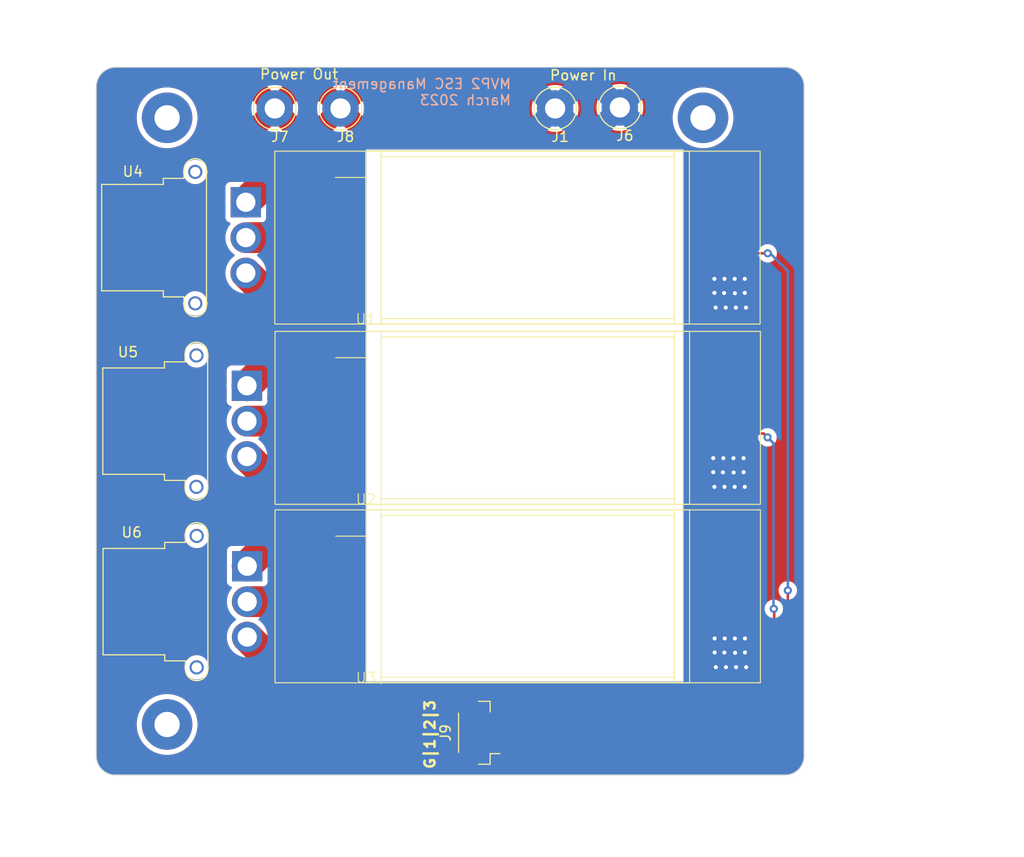
<source format=kicad_pcb>
(kicad_pcb (version 20240108) (generator "pcbnew") (generator_version "8.0")
  (layers (0 "F.Cu" signal) (31 "B.Cu" signal) (34 "B.Paste" user) (35 "F.Paste" user) (36 "B.SilkS" user "B.Silkscreen") (37 "F.SilkS" user "F.Silkscreen") (38 "B.Mask" user) (39 "F.Mask" user) (44 "Edge.Cuts" user))
  (net 0 "")
  (net 1 "Net-(U1-B)")
  (net 2 "Net-(U1-C)")
  (net 3 "Net-(U1-A)")
  (net 4 "Net-(U2-C)")
  (net 5 "Net-(U2-A)")
  (net 6 "Net-(U2-B)")
  (net 7 "Net-(U3-B)")
  (net 8 "Net-(U3-A)")
  (net 9 "Net-(U3-C)")
  (net 10 "PWM1")
  (net 11 "PWM2")
  (net 12 "PWM3")
  (net 13 "V-")
  (net 14 "V+")
  (footprint "Connector_AMASS:AMASS_MR30PW-FB_1x03_P3.50mm_Horizontal" (layer "F.Cu") (at 102.925 69.35 90)
    (property "Reference" "U6" (at 3.35 -11.425 0) (layer "F.SilkS"))
    (property "Value" "~")
    (fp_line (start 1.76 -14.26) (end 1.76 -8.16) (stroke (width 0.12)) (layer "F.SilkS"))
    (fp_line (start -8.76 -14.26) (end 1.76 -14.26) (stroke (width 0.12)) (layer "F.SilkS"))
    (fp_line (start -8.76 -14.26) (end -8.76 -8.16) (stroke (width 0.12)) (layer "F.SilkS"))
    (fp_line (start 2.36 -8.16) (end 2.36 -6.11) (stroke (width 0.12)) (layer "F.SilkS"))
    (fp_line (start 1.76 -8.16) (end 2.36 -8.16) (stroke (width 0.12)) (layer "F.SilkS"))
    (fp_line (start -9.36 -8.16) (end -8.76 -8.16) (stroke (width 0.12)) (layer "F.SilkS"))
    (fp_line (start -9.36 -8.16) (end -9.36 -6.11) (stroke (width 0.12)) (layer "F.SilkS"))
    (fp_line (start 2.36 -6.11) (end 3.2 -6.11) (stroke (width 0.12)) (layer "F.SilkS"))
    (fp_line (start -10.2 -6.11) (end -9.36 -6.11) (stroke (width 0.12)) (layer "F.SilkS"))
    (fp_line (start -10.2 -3.89) (end 3.2 -3.89) (stroke (width 0.12)) (layer "F.SilkS"))
    (fp_arc (start 3.2 -6.11) (mid 4.31 -5) (end 3.2 -3.89) (stroke (width 0.12)) (layer "F.SilkS"))
    (fp_arc (start -10.2 -3.89) (mid -11.31 -5) (end -10.2 -6.11) (stroke (width 0.12)) (layer "F.SilkS"))
    (pad "" thru_hole circle (at -10 -5 90) (size 1.4 1.4) (drill 1) (layers "*.Cu" "*.Mask"))
    (pad "" thru_hole circle (at 3 -5 180) (size 1.4 1.4) (drill 1) (layers "*.Cu" "*.Mask"))
    (pad "1" thru_hole rect (at 0 0 90) (size 3 3) (drill 1.9) (layers "*.Cu" "*.Mask") (net 8 "Net-(U3-A)"))
    (pad "2" thru_hole circle (at -3.5 0 90) (size 3 3) (drill 1.9) (layers "*.Cu" "*.Mask") (net 7 "Net-(U3-B)"))
    (pad "3" thru_hole circle (at -7 0 90) (size 3 3) (drill 1.9) (layers "*.Cu" "*.Mask") (net 9 "Net-(U3-C)"))
  )
  (footprint "Connector_JST:JST_SH_BM04B-SRSS-TB_1x04-1MP_P1.00mm_Vertical" (layer "F.Cu") (at 125.835 85.82 90)
    (property "Reference" "J9" (at 0 -3.3 -90) (layer "F.SilkS"))
    (property "Value" "PWM67")
    (fp_line (start -1.94 -2.01) (end 1.94 -2.01) (stroke (width 0.12)) (layer "F.SilkS"))
    (fp_line (start 3.11 -0.04) (end 3.11 1.11) (stroke (width 0.12)) (layer "F.SilkS"))
    (fp_line (start -3.11 -0.04) (end -3.11 1.11) (stroke (width 0.12)) (layer "F.SilkS"))
    (fp_line (start 3.11 1.11) (end 2.06 1.11) (stroke (width 0.12)) (layer "F.SilkS"))
    (fp_line (start -2.06 1.11) (end -2.06 2.1) (stroke (width 0.12)) (layer "F.SilkS"))
    (fp_line (start -3.11 1.11) (end -2.06 1.11) (stroke (width 0.12)) (layer "F.SilkS"))
    (pad "1" smd roundrect (at -1.5 1.325 90) (size 0.6 1.55) (layers "F.Cu" "F.Paste" "F.Mask") (net 13 "V-"))
    (pad "2" smd roundrect (at -0.5 1.325 90) (size 0.6 1.55) (layers "F.Cu" "F.Paste" "F.Mask") (net 10 "PWM1"))
    (pad "3" smd roundrect (at 0.5 1.325 90) (size 0.6 1.55) (layers "F.Cu" "F.Paste" "F.Mask") (net 11 "PWM2"))
    (pad "4" smd roundrect (at 1.5 1.325 90) (size 0.6 1.55) (layers "F.Cu" "F.Paste" "F.Mask") (net 12 "PWM3"))
    (pad "MP" smd roundrect (at -2.8 -1.2 90) (size 1.2 1.8) (layers "F.Cu" "F.Paste" "F.Mask") (roundrect_rratio 0.208333))
    (pad "MP" smd roundrect (at 2.8 -1.2 90) (size 1.2 1.8) (layers "F.Cu" "F.Paste" "F.Mask") (roundrect_rratio 0.208333))
  )
  (footprint "TestPoint:TestPoint_Loop_D3.80mm_Drill2.0mm" (layer "F.Cu") (at 139.775 23.975)
    (property "Reference" "J6" (at 0.5 2.8 0) (layer "F.SilkS"))
    (property "Value" "Conn_01x01_Pin")
    (fp_circle (center 0 0) (end 2.1 0) (stroke (width 0.12)) (fill none) (layer "F.SilkS"))
    (pad "1" thru_hole circle (at 0 0) (size 3.6 3.6) (drill 2) (layers "*.Cu" "*.Mask") (net 14 "V+"))
  )
  (footprint "TestPoint:TestPoint_Loop_D3.80mm_Drill2.0mm" (layer "F.Cu") (at 133.375 24.075)
    (property "Reference" "J1" (at 0.5 2.8 0) (layer "F.SilkS"))
    (property "Value" "Conn_01x01_Pin")
    (fp_circle (center 0 0) (end 2.1 0) (stroke (width 0.12)) (fill none) (layer "F.SilkS"))
    (pad "1" thru_hole circle (at 0 0) (size 3.6 3.6) (drill 2) (layers "*.Cu" "*.Mask") (net 14 "V+"))
  )
  (footprint "TestPoint:TestPoint_Loop_D3.80mm_Drill2.0mm" (layer "F.Cu") (at 105.65 24.075)
    (property "Reference" "J7" (at 0.5 2.8 0) (layer "F.SilkS"))
    (property "Value" "Conn_01x01_Pin")
    (fp_circle (center 0 0) (end 2.1 0) (stroke (width 0.12)) (fill none) (layer "F.SilkS"))
    (pad "1" thru_hole circle (at 0 0) (size 3.6 3.6) (drill 2) (layers "*.Cu" "*.Mask") (net 13 "V-"))
  )
  (footprint "Connector_AMASS:AMASS_MR30PW-FB_1x03_P3.50mm_Horizontal" (layer "F.Cu") (at 102.785 33.35 90)
    (property "Reference" "U4" (at 3.025 -11.175 0) (layer "F.SilkS"))
    (property "Value" "~")
    (fp_line (start 1.76 -14.26) (end 1.76 -8.16) (stroke (width 0.12)) (layer "F.SilkS"))
    (fp_line (start -8.76 -14.26) (end 1.76 -14.26) (stroke (width 0.12)) (layer "F.SilkS"))
    (fp_line (start -8.76 -14.26) (end -8.76 -8.16) (stroke (width 0.12)) (layer "F.SilkS"))
    (fp_line (start 2.36 -8.16) (end 2.36 -6.11) (stroke (width 0.12)) (layer "F.SilkS"))
    (fp_line (start 1.76 -8.16) (end 2.36 -8.16) (stroke (width 0.12)) (layer "F.SilkS"))
    (fp_line (start -9.36 -8.16) (end -8.76 -8.16) (stroke (width 0.12)) (layer "F.SilkS"))
    (fp_line (start -9.36 -8.16) (end -9.36 -6.11) (stroke (width 0.12)) (layer "F.SilkS"))
    (fp_line (start 2.36 -6.11) (end 3.2 -6.11) (stroke (width 0.12)) (layer "F.SilkS"))
    (fp_line (start -10.2 -6.11) (end -9.36 -6.11) (stroke (width 0.12)) (layer "F.SilkS"))
    (fp_line (start -10.2 -3.89) (end 3.2 -3.89) (stroke (width 0.12)) (layer "F.SilkS"))
    (fp_arc (start 3.2 -6.11) (mid 4.31 -5) (end 3.2 -3.89) (stroke (width 0.12)) (layer "F.SilkS"))
    (fp_arc (start -10.2 -3.89) (mid -11.31 -5) (end -10.2 -6.11) (stroke (width 0.12)) (layer "F.SilkS"))
    (pad "" thru_hole circle (at -10 -5 90) (size 1.4 1.4) (drill 1) (layers "*.Cu" "*.Mask"))
    (pad "" thru_hole circle (at 3 -5 180) (size 1.4 1.4) (drill 1) (layers "*.Cu" "*.Mask"))
    (pad "1" thru_hole rect (at 0 0 90) (size 3 3) (drill 1.9) (layers "*.Cu" "*.Mask") (net 3 "Net-(U1-A)"))
    (pad "2" thru_hole circle (at -3.5 0 90) (size 3 3) (drill 1.9) (layers "*.Cu" "*.Mask") (net 1 "Net-(U1-B)"))
    (pad "3" thru_hole circle (at -7 0 90) (size 3 3) (drill 1.9) (layers "*.Cu" "*.Mask") (net 2 "Net-(U1-C)"))
  )
  (footprint "MountingHole:MountingHole_2.5mm_Pad" (layer "F.Cu") (at 95 85)
    (property "Reference" "H3" (hide yes))
    (property "Value" "MountingHole")
    (pad "1" thru_hole circle (at 0 0) (size 5 5) (drill 2.5) (layers "*.Cu" "*.Mask"))
  )
  (footprint "TestPoint:TestPoint_Loop_D3.80mm_Drill2.0mm" (layer "F.Cu") (at 112.15 24.075)
    (property "Reference" "J8" (at 0.5 2.8 0) (layer "F.SilkS"))
    (property "Value" "Conn_01x01_Pin")
    (fp_circle (center 0 0) (end 2.1 0) (stroke (width 0.12)) (fill none) (layer "F.SilkS"))
    (pad "1" thru_hole circle (at 0 0) (size 3.6 3.6) (drill 2) (layers "*.Cu" "*.Mask") (net 13 "V-"))
  )
  (footprint "MountingHole:MountingHole_2.5mm_Pad" (layer "F.Cu") (at 148 25)
    (property "Reference" "H2" (hide yes))
    (property "Value" "MountingHole")
    (pad "1" thru_hole circle (at 0 0) (size 5 5) (drill 2.5) (layers "*.Cu" "*.Mask"))
  )
  (footprint "Connector:BR_ESC" (layer "F.Cu") (at 114.675 63.225)
    (property "Reference" "U2" (at 0 -0.5 0) (layer "F.SilkS") (effects (font (thickness 0.1))))
    (property "Value" "~")
    (fp_line (start 0 -14.5) (end -3 -14.5) (stroke (width 0.1)) (layer "F.SilkS"))
    (fp_line (start 1.5 -17) (end 1.5 0.1) (stroke (width 0.1)) (layer "F.SilkS"))
    (fp_line (start 1.5 -16.55) (end 30.5 -16.55) (stroke (width 0.1)) (layer "F.SilkS"))
    (fp_line (start 1.5 -0.55) (end 30.5 -0.55) (stroke (width 0.1)) (layer "F.SilkS"))
    (fp_line (start 30.5 -17.1) (end 30.5 0) (stroke (width 0.1)) (layer "F.SilkS"))
    (fp_rect (start -9 -17.1) (end 39 0) (stroke (width 0.1)) (fill none) (layer "F.SilkS"))
    (fp_rect (start 0 -17.1) (end 32 0) (stroke (width 0.1)) (fill none) (layer "F.SilkS"))
    (pad "1" smd roundrect (at -6 -14.35) (size 5 4) (layers "F.Cu" "F.Paste" "F.Mask") (net 5 "Net-(U2-A)"))
    (pad "2" smd roundrect (at -6 -8.55) (size 5 4) (layers "F.Cu" "F.Paste" "F.Mask") (net 6 "Net-(U2-B)"))
    (pad "3" smd roundrect (at -6 -2.75) (size 5 4) (layers "F.Cu" "F.Paste" "F.Mask") (net 4 "Net-(U2-C)"))
    (pad "4" smd roundrect (at 36 -14.1) (size 5 5) (layers "F.Cu" "F.Paste" "F.Mask") (net 13 "V-"))
    (pad "5" smd roundrect (at 36 -3) (size 5 5) (layers "F.Cu" "F.Paste" "F.Mask") (net 14 "V+"))
    (pad "6" smd roundrect (at 36 -10.1) (size 4 2) (layers "F.Cu" "F.Paste" "F.Mask") (net 13 "V-"))
    (pad "7" smd roundrect (at 36 -7) (size 4 2) (layers "F.Cu" "F.Paste" "F.Mask") (net 11 "PWM2"))
  )
  (footprint "Connector_AMASS:AMASS_MR30PW-FB_1x03_P3.50mm_Horizontal" (layer "F.Cu") (at 102.9 51.5 90)
    (property "Reference" "U5" (at 3.325 -11.775 0) (layer "F.SilkS"))
    (property "Value" "~")
    (fp_line (start 1.76 -14.26) (end 1.76 -8.16) (stroke (width 0.12)) (layer "F.SilkS"))
    (fp_line (start -8.76 -14.26) (end 1.76 -14.26) (stroke (width 0.12)) (layer "F.SilkS"))
    (fp_line (start -8.76 -14.26) (end -8.76 -8.16) (stroke (width 0.12)) (layer "F.SilkS"))
    (fp_line (start 2.36 -8.16) (end 2.36 -6.11) (stroke (width 0.12)) (layer "F.SilkS"))
    (fp_line (start 1.76 -8.16) (end 2.36 -8.16) (stroke (width 0.12)) (layer "F.SilkS"))
    (fp_line (start -9.36 -8.16) (end -8.76 -8.16) (stroke (width 0.12)) (layer "F.SilkS"))
    (fp_line (start -9.36 -8.16) (end -9.36 -6.11) (stroke (width 0.12)) (layer "F.SilkS"))
    (fp_line (start 2.36 -6.11) (end 3.2 -6.11) (stroke (width 0.12)) (layer "F.SilkS"))
    (fp_line (start -10.2 -6.11) (end -9.36 -6.11) (stroke (width 0.12)) (layer "F.SilkS"))
    (fp_line (start -10.2 -3.89) (end 3.2 -3.89) (stroke (width 0.12)) (layer "F.SilkS"))
    (fp_arc (start 3.2 -6.11) (mid 4.31 -5) (end 3.2 -3.89) (stroke (width 0.12)) (layer "F.SilkS"))
    (fp_arc (start -10.2 -3.89) (mid -11.31 -5) (end -10.2 -6.11) (stroke (width 0.12)) (layer "F.SilkS"))
    (pad "" thru_hole circle (at -10 -5 90) (size 1.4 1.4) (drill 1) (layers "*.Cu" "*.Mask"))
    (pad "" thru_hole circle (at 3 -5 180) (size 1.4 1.4) (drill 1) (layers "*.Cu" "*.Mask"))
    (pad "1" thru_hole rect (at 0 0 90) (size 3 3) (drill 1.9) (layers "*.Cu" "*.Mask") (net 5 "Net-(U2-A)"))
    (pad "2" thru_hole circle (at -3.5 0 90) (size 3 3) (drill 1.9) (layers "*.Cu" "*.Mask") (net 6 "Net-(U2-B)"))
    (pad "3" thru_hole circle (at -7 0 90) (size 3 3) (drill 1.9) (layers "*.Cu" "*.Mask") (net 4 "Net-(U2-C)"))
  )
  (footprint "MountingHole:MountingHole_2.5mm_Pad" (layer "F.Cu") (at 95 25)
    (property "Reference" "H1" (hide yes))
    (property "Value" "MountingHole")
    (pad "1" thru_hole circle (at 0 0) (size 5 5) (drill 2.5) (layers "*.Cu" "*.Mask"))
  )
  (footprint "Connector:BR_ESC" (layer "F.Cu") (at 114.65 45.4)
    (property "Reference" "U1" (at 0 -0.5 0) (layer "F.SilkS") (effects (font (thickness 0.1))))
    (property "Value" "~")
    (fp_line (start 0 -14.5) (end -3 -14.5) (stroke (width 0.1)) (layer "F.SilkS"))
    (fp_line (start 1.5 -17) (end 1.5 0.1) (stroke (width 0.1)) (layer "F.SilkS"))
    (fp_line (start 1.5 -16.55) (end 30.5 -16.55) (stroke (width 0.1)) (layer "F.SilkS"))
    (fp_line (start 1.5 -0.55) (end 30.5 -0.55) (stroke (width 0.1)) (layer "F.SilkS"))
    (fp_line (start 30.5 -17.1) (end 30.5 0) (stroke (width 0.1)) (layer "F.SilkS"))
    (fp_rect (start -9 -17.1) (end 39 0) (stroke (width 0.1)) (fill none) (layer "F.SilkS"))
    (fp_rect (start 0 -17.1) (end 32 0) (stroke (width 0.1)) (fill none) (layer "F.SilkS"))
    (pad "1" smd roundrect (at -6 -14.35) (size 5 4) (layers "F.Cu" "F.Paste" "F.Mask") (net 3 "Net-(U1-A)"))
    (pad "2" smd roundrect (at -6 -8.55) (size 5 4) (layers "F.Cu" "F.Paste" "F.Mask") (net 1 "Net-(U1-B)"))
    (pad "3" smd roundrect (at -6 -2.75) (size 5 4) (layers "F.Cu" "F.Paste" "F.Mask") (net 2 "Net-(U1-C)"))
    (pad "4" smd roundrect (at 36 -14.1) (size 5 5) (layers "F.Cu" "F.Paste" "F.Mask") (net 13 "V-"))
    (pad "5" smd roundrect (at 36 -3) (size 5 5) (layers "F.Cu" "F.Paste" "F.Mask") (net 14 "V+"))
    (pad "6" smd roundrect (at 36 -10.1) (size 4 2) (layers "F.Cu" "F.Paste" "F.Mask") (net 13 "V-"))
    (pad "7" smd roundrect (at 36 -7) (size 4 2) (layers "F.Cu" "F.Paste" "F.Mask") (net 10 "PWM1"))
  )
  (footprint "Connector:BR_ESC" (layer "F.Cu") (at 114.675 80.875)
    (property "Reference" "U3" (at 0 -0.5 0) (layer "F.SilkS") (effects (font (thickness 0.1))))
    (property "Value" "~")
    (fp_line (start 0 -14.5) (end -3 -14.5) (stroke (width 0.1)) (layer "F.SilkS"))
    (fp_line (start 1.5 -17) (end 1.5 0.1) (stroke (width 0.1)) (layer "F.SilkS"))
    (fp_line (start 1.5 -16.55) (end 30.5 -16.55) (stroke (width 0.1)) (layer "F.SilkS"))
    (fp_line (start 1.5 -0.55) (end 30.5 -0.55) (stroke (width 0.1)) (layer "F.SilkS"))
    (fp_line (start 30.5 -17.1) (end 30.5 0) (stroke (width 0.1)) (layer "F.SilkS"))
    (fp_rect (start -9 -17.1) (end 39 0) (stroke (width 0.1)) (fill none) (layer "F.SilkS"))
    (fp_rect (start 0 -17.1) (end 32 0) (stroke (width 0.1)) (fill none) (layer "F.SilkS"))
    (pad "1" smd roundrect (at -6 -14.35) (size 5 4) (layers "F.Cu" "F.Paste" "F.Mask") (net 8 "Net-(U3-A)"))
    (pad "2" smd roundrect (at -6 -8.55) (size 5 4) (layers "F.Cu" "F.Paste" "F.Mask") (net 7 "Net-(U3-B)"))
    (pad "3" smd roundrect (at -6 -2.75) (size 5 4) (layers "F.Cu" "F.Paste" "F.Mask") (net 9 "Net-(U3-C)"))
    (pad "4" smd roundrect (at 36 -14.1) (size 5 5) (layers "F.Cu" "F.Paste" "F.Mask") (net 13 "V-"))
    (pad "5" smd roundrect (at 36 -3) (size 5 5) (layers "F.Cu" "F.Paste" "F.Mask") (net 14 "V+"))
    (pad "6" smd roundrect (at 36 -10.1) (size 4 2) (layers "F.Cu" "F.Paste" "F.Mask") (net 13 "V-"))
    (pad "7" smd roundrect (at 36 -7) (size 4 2) (layers "F.Cu" "F.Paste" "F.Mask") (net 12 "PWM3"))
  )
  (gr_line (start 156 90) (end 90 90) (stroke (width 0.1)) (layer "Edge.Cuts"))
  (gr_arc (start 90 90) (mid 88.553011 89.446989) (end 88 88) (stroke (width 0.1)) (layer "Edge.Cuts"))
  (gr_rect (start 114.69 28.16) (end 146.04 80.75) (stroke (width 0.1)) (fill none) (layer "Edge.Cuts"))
  (gr_line (start 158 22) (end 158 88) (stroke (width 0.1)) (layer "Edge.Cuts"))
  (gr_line (start 90 20) (end 156 20) (stroke (width 0.1)) (layer "Edge.Cuts"))
  (gr_arc (start 156 20) (mid 157.446989 20.553011) (end 158 22) (stroke (width 0.1)) (layer "Edge.Cuts"))
  (gr_arc (start 88 22) (mid 88.564355 20.564355) (end 90 20) (stroke (width 0.1)) (layer "Edge.Cuts"))
  (gr_line (start 88 88) (end 88 22) (stroke (width 0.1)) (layer "Edge.Cuts"))
  (gr_arc (start 158 88) (mid 157.446989 89.446989) (end 156 90) (stroke (width 0.1)) (layer "Edge.Cuts"))
  (gr_text "MVP2 ESC Management\nMarch 2023\n\n" (at 129.1 25.45 0) (layer "B.SilkS") (effects (font (size 1 1)) (justify left bottom mirror)))
  (gr_text "G|1|2|3" (at 121.58 89.51 90) (layer "F.SilkS") (effects (font (size 1 1) (thickness 0.25) (bold yes)) (justify left bottom)))
  (gr_text "Power Out" (at 104.1 21.275 0) (layer "F.SilkS") (effects (font (size 1 1)) (justify left bottom)))
  (gr_text "Power In\n" (at 132.775 21.375 0) (layer "F.SilkS") (effects (font (size 1 1)) (justify left bottom)))
  (segment (start 108.65 36.85) (end 102.785 36.85) (width 3.048) (layer "F.Cu") (net 1))
  (segment (start 108.65 42.65) (end 105.085 42.65) (width 3.048) (layer "F.Cu") (net 2))
  (segment (start 105.085 42.65) (end 102.785 40.35) (width 3.048) (layer "F.Cu") (net 2))
  (segment (start 105.085 31.05) (end 102.785 33.35) (width 3.048) (layer "F.Cu") (net 3))
  (segment (start 108.65 31.05) (end 105.085 31.05) (width 3.048) (layer "F.Cu") (net 3))
  (segment (start 104.875 60.475) (end 102.9 58.5) (width 3.048) (layer "F.Cu") (net 4))
  (segment (start 108.675 60.475) (end 104.875 60.475) (width 3.048) (layer "F.Cu") (net 4))
  (segment (start 108.675 48.875) (end 105.525 48.875) (width 3.048) (layer "F.Cu") (net 5))
  (segment (start 105.525 48.875) (end 102.9 51.5) (width 3.048) (layer "F.Cu") (net 5))
  (segment (start 102.7 55.2) (end 102.9 55) (width 0.25) (layer "F.Cu") (net 6))
  (segment (start 108.675 54.675) (end 108.35 55) (width 3.048) (layer "F.Cu") (net 6))
  (segment (start 108.35 55) (end 102.9 55) (width 3.048) (layer "F.Cu") (net 6))
  (segment (start 108.15 72.85) (end 108.675 72.325) (width 0.25) (layer "F.Cu") (net 7))
  (segment (start 102.85 73.25) (end 102.9 73.2) (width 0.25) (layer "F.Cu") (net 7))
  (segment (start 102.925 72.85) (end 108.15 72.85) (width 3.048) (layer "F.Cu") (net 7))
  (segment (start 108.675 66.525) (end 105.685 66.525) (width 3.048) (layer "F.Cu") (net 8))
  (segment (start 105.685 66.525) (end 102.925 69.285) (width 3.048) (layer "F.Cu") (net 8))
  (segment (start 102.925 69.285) (end 102.925 69.35) (width 3.048) (layer "F.Cu") (net 8))
  (segment (start 103.63 68.645) (end 102.925 69.35) (width 0.25) (layer "F.Cu") (net 8))
  (segment (start 102.925 76.35) (end 104.7 78.125) (width 3.048) (layer "F.Cu") (net 9))
  (segment (start 104.7 78.125) (end 108.675 78.125) (width 3.048) (layer "F.Cu") (net 9))
  (segment (start 151.782792 86.32) (end 127.16 86.32) (width 0.25) (layer "F.Cu") (net 10))
  (segment (start 156.39 81.712792) (end 151.782792 86.32) (width 0.25) (layer "F.Cu") (net 10))
  (segment (start 156.39 71.74) (end 156.39 81.712792) (width 0.25) (layer "F.Cu") (net 10))
  (segment (start 150.65 38.4) (end 154.4 38.4) (width 0.25) (layer "F.Cu") (net 10))
  (via (at 156.39 71.74) (size 0.8) (drill 0.4) (layers "F.Cu" "B.Cu") (net 10))
  (via (at 154.4 38.4) (size 0.8) (drill 0.4) (layers "F.Cu" "B.Cu") (net 10))
  (segment (start 154.4 38.4) (end 154.64 38.4) (width 0.25) (layer "B.Cu") (net 10))
  (segment (start 154.64 38.4) (end 156.39 40.15) (width 0.25) (layer "B.Cu") (net 10))
  (segment (start 156.39 40.15) (end 156.39 71.74) (width 0.25) (layer "B.Cu") (net 10))
  (segment (start 155.04 82.426396) (end 152.146396 85.32) (width 0.25) (layer "F.Cu") (net 11))
  (segment (start 155.04 73.6) (end 155.04 82.426396) (width 0.25) (layer "F.Cu") (net 11))
  (segment (start 155 73.56) (end 155.04 73.6) (width 0.25) (layer "F.Cu") (net 11))
  (segment (start 154.005 56.225) (end 150.675 56.225) (width 0.25) (layer "F.Cu") (net 11))
  (segment (start 152.146396 85.32) (end 127.16 85.32) (width 0.25) (layer "F.Cu") (net 11))
  (segment (start 154.38 56.6) (end 154.005 56.225) (width 0.25) (layer "F.Cu") (net 11))
  (via (at 155 73.56) (size 0.8) (drill 0.4) (layers "F.Cu" "B.Cu") (net 11))
  (via (at 154.38 56.6) (size 0.8) (drill 0.4) (layers "F.Cu" "B.Cu") (net 11))
  (segment (start 154.97 73.53) (end 154.97 57.19) (width 0.25) (layer "B.Cu") (net 11))
  (segment (start 154.38 56.6) (end 154.44 56.66) (width 0.25) (layer "B.Cu") (net 11))
  (segment (start 154.97 57.19) (end 154.38 56.6) (width 0.25) (layer "B.Cu") (net 11))
  (segment (start 155 73.56) (end 154.97 73.53) (width 0.25) (layer "B.Cu") (net 11))
  (segment (start 127.16 84.32) (end 152.51 84.32) (width 0.25) (layer "F.Cu") (net 12))
  (segment (start 154.59 82.24) (end 154.59 75.79) (width 0.25) (layer "F.Cu") (net 12))
  (segment (start 152.51 84.32) (end 154.59 82.24) (width 0.25) (layer "F.Cu") (net 12))
  (segment (start 154.59 75.79) (end 152.675 73.875) (width 0.25) (layer "F.Cu") (net 12))
  (segment (start 152.675 73.875) (end 150.675 73.875) (width 0.25) (layer "F.Cu") (net 12))
  (segment (start 139.675 24.075) (end 139.775 23.975) (width 0.2) (layer "F.Cu") (net 14))
  (via (at 151.01 58.66) (size 0.8) (drill 0.4) (layers "F.Cu" "B.Cu") (net 14))
  (via (at 150.11 77.89) (size 0.8) (drill 0.4) (layers "F.Cu" "B.Cu") (net 14))
  (via (at 152.01 60.045) (size 0.8) (drill 0.4) (layers "F.Cu" "B.Cu") (net 14))
  (via (at 151.03 60.08) (size 0.8) (drill 0.4) (layers "F.Cu" "B.Cu") (net 14))
  (via (at 151.13 40.93) (size 0.8) (drill 0.4) (layers "F.Cu" "B.Cu") (net 14))
  (via (at 150.27 79.33) (size 0.8) (drill 0.4) (layers "F.Cu" "B.Cu") (net 14))
  (via (at 150.01 58.66) (size 0.8) (drill 0.4) (layers "F.Cu" "B.Cu") (net 14))
  (via (at 149.25 43.77) (size 0.8) (drill 0.4) (layers "F.Cu" "B.Cu") (net 14))
  (via (at 151.13 61.5) (size 0.8) (drill 0.4) (layers "F.Cu" "B.Cu") (net 14))
  (via (at 152.01 58.66) (size 0.8) (drill 0.4) (layers "F.Cu" "B.Cu") (net 14))
  (via (at 149.97 60.06) (size 0.8) (drill 0.4) (layers "F.Cu" "B.Cu") (net 14))
  (via (at 152.27 79.33) (size 0.8) (drill 0.4) (layers "F.Cu" "B.Cu") (net 14))
  (via (at 151.17 77.91) (size 0.8) (drill 0.4) (layers "F.Cu" "B.Cu") (net 14))
  (via (at 150.13 61.5) (size 0.8) (drill 0.4) (layers "F.Cu" "B.Cu") (net 14))
  (via (at 149.15 76.49) (size 0.8) (drill 0.4) (layers "F.Cu" "B.Cu") (net 14))
  (via (at 149.13 42.315) (size 0.8) (drill 0.4) (layers "F.Cu" "B.Cu") (net 14))
  (via (at 152.15 76.49) (size 0.8) (drill 0.4) (layers "F.Cu" "B.Cu") (net 14))
  (via (at 149.13 40.93) (size 0.8) (drill 0.4) (layers "F.Cu" "B.Cu") (net 14))
  (via (at 151.15 76.49) (size 0.8) (drill 0.4) (layers "F.Cu" "B.Cu") (net 14))
  (via (at 149.01 60.045) (size 0.8) (drill 0.4) (layers "F.Cu" "B.Cu") (net 14))
  (via (at 151.25 43.77) (size 0.8) (drill 0.4) (layers "F.Cu" "B.Cu") (net 14))
  (via (at 150.13 40.93) (size 0.8) (drill 0.4) (layers "F.Cu" "B.Cu") (net 14))
  (via (at 151.15 42.35) (size 0.8) (drill 0.4) (layers "F.Cu" "B.Cu") (net 14))
  (via (at 149.13 61.5) (size 0.8) (drill 0.4) (layers "F.Cu" "B.Cu") (net 14))
  (via (at 152.13 40.93) (size 0.8) (drill 0.4) (layers "F.Cu" "B.Cu") (net 14))
  (via (at 150.15 76.49) (size 0.8) (drill 0.4) (layers "F.Cu" "B.Cu") (net 14))
  (via (at 152.13 61.5) (size 0.8) (drill 0.4) (layers "F.Cu" "B.Cu") (net 14))
  (via (at 149.27 79.33) (size 0.8) (drill 0.4) (layers "F.Cu" "B.Cu") (net 14))
  (via (at 150.25 43.77) (size 0.8) (drill 0.4) (layers "F.Cu" "B.Cu") (net 14))
  (via (at 152.13 42.315) (size 0.8) (drill 0.4) (layers "F.Cu" "B.Cu") (net 14))
  (via (at 149.15 77.875) (size 0.8) (drill 0.4) (layers "F.Cu" "B.Cu") (net 14))
  (via (at 151.27 79.33) (size 0.8) (drill 0.4) (layers "F.Cu" "B.Cu") (net 14))
  (via (at 152.15 77.875) (size 0.8) (drill 0.4) (layers "F.Cu" "B.Cu") (net 14))
  (via (at 149.01 58.66) (size 0.8) (drill 0.4) (layers "F.Cu" "B.Cu") (net 14))
  (via (at 152.25 43.77) (size 0.8) (drill 0.4) (layers "F.Cu" "B.Cu") (net 14))
  (via (at 150.09 42.33) (size 0.8) (drill 0.4) (layers "F.Cu" "B.Cu") (net 14))
  (zone (net 13) (net_name "V-") (layer "F.Cu") (connect_pads (clearance 0.508)) (min_thickness 0.254) (fill yes (thermal_gap 0.762) (thermal_bridge_width 2.032))
    (polygon (pts (xy 78.475 14.275) (xy 82.475 91.625) (xy 167.125 94.7) (xy 166.425 18.75) (xy 165.15 16.725)))
  )
  (zone (net 14) (net_name "V+") (layer "B.Cu") (priority 1) (connect_pads (clearance 0.508)) (min_thickness 0.254) (fill yes (thermal_gap 0.762) (thermal_bridge_width 2.032))
    (polygon (pts (xy 82.19 16.68) (xy 82.475 91.625) (xy 179.75 98.13) (xy 172.5 21.61) (xy 153.24 13.35)))
  )
)
</source>
